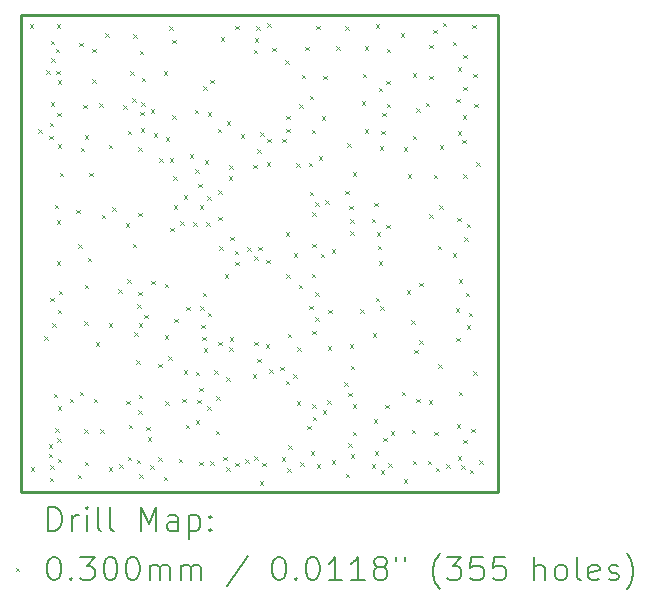
<source format=gbr>
%TF.GenerationSoftware,KiCad,Pcbnew,7.0.2-6a45011f42~172~ubuntu22.04.1*%
%TF.CreationDate,2023-08-07T12:44:58-07:00*%
%TF.ProjectId,driver_40mm_atmega,64726976-6572-45f3-9430-6d6d5f61746d,rev?*%
%TF.SameCoordinates,Original*%
%TF.FileFunction,Drillmap*%
%TF.FilePolarity,Positive*%
%FSLAX45Y45*%
G04 Gerber Fmt 4.5, Leading zero omitted, Abs format (unit mm)*
G04 Created by KiCad (PCBNEW 7.0.2-6a45011f42~172~ubuntu22.04.1) date 2023-08-07 12:44:58*
%MOMM*%
%LPD*%
G01*
G04 APERTURE LIST*
%ADD10C,0.250000*%
%ADD11C,0.200000*%
%ADD12C,0.030000*%
G04 APERTURE END LIST*
D10*
X4980000Y-9020000D02*
X9020000Y-9020000D01*
X9020000Y-9020000D02*
X9020000Y-4980000D01*
X4980000Y-4980000D02*
X4980000Y-9020000D01*
X9020000Y-4980000D02*
X4980000Y-4980000D01*
D11*
D12*
X5058095Y-5056095D02*
X5088095Y-5086095D01*
X5088095Y-5056095D02*
X5058095Y-5086095D01*
X5064160Y-8805630D02*
X5094160Y-8835630D01*
X5094160Y-8805630D02*
X5064160Y-8835630D01*
X5130770Y-5944690D02*
X5160770Y-5974690D01*
X5160770Y-5944690D02*
X5130770Y-5974690D01*
X5179990Y-7695900D02*
X5209990Y-7725900D01*
X5209990Y-7695900D02*
X5179990Y-7725900D01*
X5196650Y-5446750D02*
X5226650Y-5476750D01*
X5226650Y-5446750D02*
X5196650Y-5476750D01*
X5216000Y-8612000D02*
X5246000Y-8642000D01*
X5246000Y-8612000D02*
X5216000Y-8642000D01*
X5218590Y-8692410D02*
X5248590Y-8722410D01*
X5248590Y-8692410D02*
X5218590Y-8722410D01*
X5220000Y-6000000D02*
X5250000Y-6030000D01*
X5250000Y-6000000D02*
X5220000Y-6030000D01*
X5224890Y-8893890D02*
X5254890Y-8923890D01*
X5254890Y-8893890D02*
X5224890Y-8923890D01*
X5225400Y-5891260D02*
X5255400Y-5921260D01*
X5255400Y-5891260D02*
X5225400Y-5921260D01*
X5229000Y-8792000D02*
X5259000Y-8822000D01*
X5259000Y-8792000D02*
X5229000Y-8822000D01*
X5231000Y-7370000D02*
X5261000Y-7400000D01*
X5261000Y-7370000D02*
X5231000Y-7400000D01*
X5233820Y-5195820D02*
X5263820Y-5225820D01*
X5263820Y-5195820D02*
X5233820Y-5225820D01*
X5234630Y-5715000D02*
X5264630Y-5745000D01*
X5264630Y-5715000D02*
X5234630Y-5745000D01*
X5239000Y-5344340D02*
X5269000Y-5374340D01*
X5269000Y-5344340D02*
X5239000Y-5374340D01*
X5249000Y-7589000D02*
X5279000Y-7619000D01*
X5279000Y-7589000D02*
X5249000Y-7619000D01*
X5259400Y-8182990D02*
X5289400Y-8212990D01*
X5289400Y-8182990D02*
X5259400Y-8212990D01*
X5268700Y-6585630D02*
X5298700Y-6615630D01*
X5298700Y-6585630D02*
X5268700Y-6615630D01*
X5271000Y-8478540D02*
X5301000Y-8508540D01*
X5301000Y-8478540D02*
X5271000Y-8508540D01*
X5276000Y-5265000D02*
X5306000Y-5295000D01*
X5306000Y-5265000D02*
X5276000Y-5295000D01*
X5278680Y-5450700D02*
X5308680Y-5480700D01*
X5308680Y-5450700D02*
X5278680Y-5480700D01*
X5286000Y-6716000D02*
X5316000Y-6746000D01*
X5316000Y-6716000D02*
X5286000Y-6746000D01*
X5287000Y-5056000D02*
X5317000Y-5086000D01*
X5317000Y-5056000D02*
X5287000Y-5086000D01*
X5287000Y-7065000D02*
X5317000Y-7095000D01*
X5317000Y-7065000D02*
X5287000Y-7095000D01*
X5288000Y-8560000D02*
X5318000Y-8590000D01*
X5318000Y-8560000D02*
X5288000Y-8590000D01*
X5291000Y-5807000D02*
X5321000Y-5837000D01*
X5321000Y-5807000D02*
X5291000Y-5837000D01*
X5293000Y-5532000D02*
X5323000Y-5562000D01*
X5323000Y-5532000D02*
X5293000Y-5562000D01*
X5293960Y-7471680D02*
X5323960Y-7501680D01*
X5323960Y-7471680D02*
X5293960Y-7501680D01*
X5294080Y-6070320D02*
X5324080Y-6100320D01*
X5324080Y-6070320D02*
X5294080Y-6100320D01*
X5295000Y-8292000D02*
X5325000Y-8322000D01*
X5325000Y-8292000D02*
X5295000Y-8322000D01*
X5295390Y-8735500D02*
X5325390Y-8765500D01*
X5325390Y-8735500D02*
X5295390Y-8765500D01*
X5302510Y-7313230D02*
X5332510Y-7343230D01*
X5332510Y-7313230D02*
X5302510Y-7343230D01*
X5309510Y-6314180D02*
X5339510Y-6344180D01*
X5339510Y-6314180D02*
X5309510Y-6344180D01*
X5394290Y-8226340D02*
X5424290Y-8256340D01*
X5424290Y-8226340D02*
X5394290Y-8256340D01*
X5449960Y-6627730D02*
X5479960Y-6657730D01*
X5479960Y-6627730D02*
X5449960Y-6657730D01*
X5464220Y-8870000D02*
X5494220Y-8900000D01*
X5494220Y-8870000D02*
X5464220Y-8900000D01*
X5467840Y-6916840D02*
X5497840Y-6946840D01*
X5497840Y-6916840D02*
X5467840Y-6946840D01*
X5475350Y-5214490D02*
X5505350Y-5244490D01*
X5505350Y-5214490D02*
X5475350Y-5244490D01*
X5481000Y-8167950D02*
X5511000Y-8197950D01*
X5511000Y-8167950D02*
X5481000Y-8197950D01*
X5488000Y-6102000D02*
X5518000Y-6132000D01*
X5518000Y-6102000D02*
X5488000Y-6132000D01*
X5508810Y-5737650D02*
X5538810Y-5767650D01*
X5538810Y-5737650D02*
X5508810Y-5767650D01*
X5519000Y-7571000D02*
X5549000Y-7601000D01*
X5549000Y-7571000D02*
X5519000Y-7601000D01*
X5520200Y-8484000D02*
X5550200Y-8514000D01*
X5550200Y-8484000D02*
X5520200Y-8514000D01*
X5521000Y-7261000D02*
X5551000Y-7291000D01*
X5551000Y-7261000D02*
X5521000Y-7291000D01*
X5521000Y-8760000D02*
X5551000Y-8790000D01*
X5551000Y-8760000D02*
X5521000Y-8790000D01*
X5522000Y-5995000D02*
X5552000Y-6025000D01*
X5552000Y-5995000D02*
X5522000Y-6025000D01*
X5546800Y-7033350D02*
X5576800Y-7063350D01*
X5576800Y-7033350D02*
X5546800Y-7063350D01*
X5562290Y-6314180D02*
X5592290Y-6344180D01*
X5592290Y-6314180D02*
X5562290Y-6344180D01*
X5586480Y-5264860D02*
X5616480Y-5294860D01*
X5616480Y-5264860D02*
X5586480Y-5294860D01*
X5588000Y-5521000D02*
X5618000Y-5551000D01*
X5618000Y-5521000D02*
X5588000Y-5551000D01*
X5597800Y-8228720D02*
X5627800Y-8258720D01*
X5627800Y-8228720D02*
X5597800Y-8258720D01*
X5615310Y-7746940D02*
X5645310Y-7776940D01*
X5645310Y-7746940D02*
X5615310Y-7776940D01*
X5644290Y-5723130D02*
X5674290Y-5753130D01*
X5674290Y-5723130D02*
X5644290Y-5753130D01*
X5655640Y-8485380D02*
X5685640Y-8515380D01*
X5685640Y-8485380D02*
X5655640Y-8515380D01*
X5667000Y-6670000D02*
X5697000Y-6700000D01*
X5697000Y-6670000D02*
X5667000Y-6700000D01*
X5694550Y-5132050D02*
X5724550Y-5162050D01*
X5724550Y-5132050D02*
X5694550Y-5162050D01*
X5724270Y-7589160D02*
X5754270Y-7619160D01*
X5754270Y-7589160D02*
X5724270Y-7619160D01*
X5725040Y-8806810D02*
X5755040Y-8836810D01*
X5755040Y-8806810D02*
X5725040Y-8836810D01*
X5725320Y-6075710D02*
X5755320Y-6105710D01*
X5755320Y-6075710D02*
X5725320Y-6105710D01*
X5756030Y-6603410D02*
X5786030Y-6633410D01*
X5786030Y-6603410D02*
X5756030Y-6633410D01*
X5807590Y-7298970D02*
X5837590Y-7328970D01*
X5837590Y-7298970D02*
X5807590Y-7328970D01*
X5814000Y-8782000D02*
X5844000Y-8812000D01*
X5844000Y-8782000D02*
X5814000Y-8812000D01*
X5848212Y-5743602D02*
X5878212Y-5773602D01*
X5878212Y-5743602D02*
X5848212Y-5773602D01*
X5869280Y-6743030D02*
X5899280Y-6773030D01*
X5899280Y-6743030D02*
X5869280Y-6773030D01*
X5871510Y-8243980D02*
X5901510Y-8273980D01*
X5901510Y-8243980D02*
X5871510Y-8273980D01*
X5884000Y-7217000D02*
X5914000Y-7247000D01*
X5914000Y-7217000D02*
X5884000Y-7247000D01*
X5885000Y-5959000D02*
X5915000Y-5989000D01*
X5915000Y-5959000D02*
X5885000Y-5989000D01*
X5886000Y-8718000D02*
X5916000Y-8748000D01*
X5916000Y-8718000D02*
X5886000Y-8748000D01*
X5893000Y-8446000D02*
X5923000Y-8476000D01*
X5923000Y-8446000D02*
X5893000Y-8476000D01*
X5907000Y-5452000D02*
X5937000Y-5482000D01*
X5937000Y-5452000D02*
X5907000Y-5482000D01*
X5923718Y-5681240D02*
X5953718Y-5711240D01*
X5953718Y-5681240D02*
X5923718Y-5711240D01*
X5928000Y-6916000D02*
X5958000Y-6946000D01*
X5958000Y-6916000D02*
X5928000Y-6946000D01*
X5934660Y-5142460D02*
X5964660Y-5172460D01*
X5964660Y-5142460D02*
X5934660Y-5172460D01*
X5942320Y-7664460D02*
X5972320Y-7694460D01*
X5972320Y-7664460D02*
X5942320Y-7694460D01*
X5957000Y-7903000D02*
X5987000Y-7933000D01*
X5987000Y-7903000D02*
X5957000Y-7933000D01*
X5963470Y-8742080D02*
X5993470Y-8772080D01*
X5993470Y-8742080D02*
X5963470Y-8772080D01*
X5966190Y-7427830D02*
X5996190Y-7457830D01*
X5996190Y-7427830D02*
X5966190Y-7457830D01*
X5973760Y-6653740D02*
X6003760Y-6683740D01*
X6003760Y-6653740D02*
X5973760Y-6683740D01*
X5974320Y-8325710D02*
X6004320Y-8355710D01*
X6004320Y-8325710D02*
X5974320Y-8355710D01*
X5974630Y-6097920D02*
X6004630Y-6127920D01*
X6004630Y-6097920D02*
X5974630Y-6127920D01*
X5974650Y-7322500D02*
X6004650Y-7352500D01*
X6004650Y-7322500D02*
X5974650Y-7352500D01*
X5978490Y-7589580D02*
X6008490Y-7619580D01*
X6008490Y-7589580D02*
X5978490Y-7619580D01*
X5978500Y-8193770D02*
X6008500Y-8223770D01*
X6008500Y-8193770D02*
X5978500Y-8223770D01*
X5981690Y-8867760D02*
X6011690Y-8897760D01*
X6011690Y-8867760D02*
X5981690Y-8897760D01*
X5987000Y-5280000D02*
X6017000Y-5310000D01*
X6017000Y-5280000D02*
X5987000Y-5310000D01*
X5990850Y-5797440D02*
X6020850Y-5827440D01*
X6020850Y-5797440D02*
X5990850Y-5827440D01*
X5996870Y-5938720D02*
X6026870Y-5968720D01*
X6026870Y-5938720D02*
X5996870Y-5968720D01*
X6000000Y-5717030D02*
X6030000Y-5747030D01*
X6030000Y-5717030D02*
X6000000Y-5747030D01*
X6003000Y-5510000D02*
X6033000Y-5540000D01*
X6033000Y-5510000D02*
X6003000Y-5540000D01*
X6024000Y-7514000D02*
X6054000Y-7544000D01*
X6054000Y-7514000D02*
X6024000Y-7544000D01*
X6040900Y-8462210D02*
X6070900Y-8492210D01*
X6070900Y-8462210D02*
X6040900Y-8492210D01*
X6054460Y-8552280D02*
X6084460Y-8582280D01*
X6084460Y-8552280D02*
X6054460Y-8582280D01*
X6079000Y-8788000D02*
X6109000Y-8818000D01*
X6109000Y-8788000D02*
X6079000Y-8818000D01*
X6082810Y-5774950D02*
X6112810Y-5804950D01*
X6112810Y-5774950D02*
X6082810Y-5804950D01*
X6085790Y-7226650D02*
X6115790Y-7256650D01*
X6115790Y-7226650D02*
X6085790Y-7256650D01*
X6106960Y-5981260D02*
X6136960Y-6011260D01*
X6136960Y-5981260D02*
X6106960Y-6011260D01*
X6145190Y-7930710D02*
X6175190Y-7960710D01*
X6175190Y-7930710D02*
X6145190Y-7960710D01*
X6146000Y-8723000D02*
X6176000Y-8753000D01*
X6176000Y-8723000D02*
X6146000Y-8753000D01*
X6151650Y-6192890D02*
X6181650Y-6222890D01*
X6181650Y-6192890D02*
X6151650Y-6222890D01*
X6191000Y-5453000D02*
X6221000Y-5483000D01*
X6221000Y-5453000D02*
X6191000Y-5483000D01*
X6191570Y-8886640D02*
X6221570Y-8916640D01*
X6221570Y-8886640D02*
X6191570Y-8916640D01*
X6200310Y-7688090D02*
X6230310Y-7718090D01*
X6230310Y-7688090D02*
X6200310Y-7718090D01*
X6201000Y-7255000D02*
X6231000Y-7285000D01*
X6231000Y-7255000D02*
X6201000Y-7285000D01*
X6202000Y-8246760D02*
X6232000Y-8276760D01*
X6232000Y-8246760D02*
X6202000Y-8276760D01*
X6209790Y-6011590D02*
X6239790Y-6041590D01*
X6239790Y-6011590D02*
X6209790Y-6041590D01*
X6230620Y-7866990D02*
X6260620Y-7896990D01*
X6260620Y-7866990D02*
X6230620Y-7896990D01*
X6237581Y-5073244D02*
X6267581Y-5103244D01*
X6267581Y-5073244D02*
X6237581Y-5103244D01*
X6243350Y-6192890D02*
X6273350Y-6222890D01*
X6273350Y-6192890D02*
X6243350Y-6222890D01*
X6246070Y-6780920D02*
X6276070Y-6810920D01*
X6276070Y-6780920D02*
X6246070Y-6810920D01*
X6261950Y-5825450D02*
X6291950Y-5855450D01*
X6291950Y-5825450D02*
X6261950Y-5855450D01*
X6264510Y-5187590D02*
X6294510Y-5217590D01*
X6294510Y-5187590D02*
X6264510Y-5217590D01*
X6272830Y-6341410D02*
X6302830Y-6371410D01*
X6302830Y-6341410D02*
X6272830Y-6371410D01*
X6277570Y-6586750D02*
X6307570Y-6616750D01*
X6307570Y-6586750D02*
X6277570Y-6616750D01*
X6277900Y-7548320D02*
X6307900Y-7578320D01*
X6307900Y-7548320D02*
X6277900Y-7578320D01*
X6316330Y-8733900D02*
X6346330Y-8763900D01*
X6346330Y-8733900D02*
X6316330Y-8763900D01*
X6332130Y-6725290D02*
X6362130Y-6755290D01*
X6362130Y-6725290D02*
X6332130Y-6755290D01*
X6347830Y-8225490D02*
X6377830Y-8255490D01*
X6377830Y-8225490D02*
X6347830Y-8255490D01*
X6359390Y-6503880D02*
X6389390Y-6533880D01*
X6389390Y-6503880D02*
X6359390Y-6533880D01*
X6361000Y-7984000D02*
X6391000Y-8014000D01*
X6391000Y-7984000D02*
X6361000Y-8014000D01*
X6379130Y-8447020D02*
X6409130Y-8477020D01*
X6409130Y-8447020D02*
X6379130Y-8477020D01*
X6380100Y-7448680D02*
X6410100Y-7478680D01*
X6410100Y-7448680D02*
X6380100Y-7478680D01*
X6409430Y-6157500D02*
X6439430Y-6187500D01*
X6439430Y-6157500D02*
X6409430Y-6187500D01*
X6441880Y-6730330D02*
X6471880Y-6760330D01*
X6471880Y-6730330D02*
X6441880Y-6760330D01*
X6454680Y-5779290D02*
X6484680Y-5809290D01*
X6484680Y-5779290D02*
X6454680Y-5809290D01*
X6459490Y-6285040D02*
X6489490Y-6315040D01*
X6489490Y-6285040D02*
X6459490Y-6315040D01*
X6460890Y-8411090D02*
X6490890Y-8441090D01*
X6490890Y-8411090D02*
X6460890Y-8441090D01*
X6461100Y-7999970D02*
X6491100Y-8029970D01*
X6491100Y-7999970D02*
X6461100Y-8029970D01*
X6476000Y-8235400D02*
X6506000Y-8265400D01*
X6506000Y-8235400D02*
X6476000Y-8265400D01*
X6483900Y-6405470D02*
X6513900Y-6435470D01*
X6513900Y-6405470D02*
X6483900Y-6435470D01*
X6492950Y-8758820D02*
X6522950Y-8788820D01*
X6522950Y-8758820D02*
X6492950Y-8788820D01*
X6493390Y-8135440D02*
X6523390Y-8165440D01*
X6523390Y-8135440D02*
X6493390Y-8165440D01*
X6496670Y-6586840D02*
X6526670Y-6616840D01*
X6526670Y-6586840D02*
X6496670Y-6616840D01*
X6499790Y-7442010D02*
X6529790Y-7472010D01*
X6529790Y-7442010D02*
X6499790Y-7472010D01*
X6506980Y-7598930D02*
X6536980Y-7628930D01*
X6536980Y-7598930D02*
X6506980Y-7628930D01*
X6515000Y-7701050D02*
X6545000Y-7731050D01*
X6545000Y-7701050D02*
X6515000Y-7731050D01*
X6521000Y-7328950D02*
X6551000Y-7358950D01*
X6551000Y-7328950D02*
X6521000Y-7358950D01*
X6526890Y-5583110D02*
X6556890Y-5613110D01*
X6556890Y-5583110D02*
X6526890Y-5613110D01*
X6528000Y-7801000D02*
X6558000Y-7831000D01*
X6558000Y-7801000D02*
X6528000Y-7831000D01*
X6536970Y-6207560D02*
X6566970Y-6237560D01*
X6566970Y-6207560D02*
X6536970Y-6237560D01*
X6551350Y-6730910D02*
X6581350Y-6760910D01*
X6581350Y-6730910D02*
X6551350Y-6760910D01*
X6560780Y-6510750D02*
X6590780Y-6540750D01*
X6590780Y-6510750D02*
X6560780Y-6540750D01*
X6561000Y-8292000D02*
X6591000Y-8322000D01*
X6591000Y-8292000D02*
X6561000Y-8322000D01*
X6562000Y-7497000D02*
X6592000Y-7527000D01*
X6592000Y-7497000D02*
X6562000Y-7527000D01*
X6563010Y-5798990D02*
X6593010Y-5828990D01*
X6593010Y-5798990D02*
X6563010Y-5828990D01*
X6584510Y-8756460D02*
X6614510Y-8786460D01*
X6614510Y-8756460D02*
X6584510Y-8786460D01*
X6587000Y-5526200D02*
X6617000Y-5556200D01*
X6617000Y-5526200D02*
X6587000Y-5556200D01*
X6618000Y-7987880D02*
X6648000Y-8017880D01*
X6648000Y-7987880D02*
X6618000Y-8017880D01*
X6629840Y-8497300D02*
X6659840Y-8527300D01*
X6659840Y-8497300D02*
X6629840Y-8527300D01*
X6637760Y-8207020D02*
X6667760Y-8237020D01*
X6667760Y-8207020D02*
X6637760Y-8237020D01*
X6648120Y-5939370D02*
X6678120Y-5969370D01*
X6678120Y-5939370D02*
X6648120Y-5969370D01*
X6650910Y-7744400D02*
X6680910Y-7774400D01*
X6680910Y-7744400D02*
X6650910Y-7774400D01*
X6652000Y-6687000D02*
X6682000Y-6717000D01*
X6682000Y-6687000D02*
X6652000Y-6717000D01*
X6653900Y-6459470D02*
X6683900Y-6489470D01*
X6683900Y-6459470D02*
X6653900Y-6489470D01*
X6663000Y-6937950D02*
X6693000Y-6967950D01*
X6693000Y-6937950D02*
X6663000Y-6967950D01*
X6674360Y-5164610D02*
X6704360Y-5194610D01*
X6704360Y-5164610D02*
X6674360Y-5194610D01*
X6694240Y-8719455D02*
X6724240Y-8749455D01*
X6724240Y-8719455D02*
X6694240Y-8749455D01*
X6708750Y-7173570D02*
X6738750Y-7203570D01*
X6738750Y-7173570D02*
X6708750Y-7203570D01*
X6719436Y-8804799D02*
X6749436Y-8834799D01*
X6749436Y-8804799D02*
X6719436Y-8834799D01*
X6721510Y-8045150D02*
X6751510Y-8075150D01*
X6751510Y-8045150D02*
X6721510Y-8075150D01*
X6725720Y-5875500D02*
X6755720Y-5905500D01*
X6755720Y-5875500D02*
X6725720Y-5905500D01*
X6740250Y-6344340D02*
X6770250Y-6374340D01*
X6770250Y-6344340D02*
X6740250Y-6374340D01*
X6744927Y-6250567D02*
X6774927Y-6280567D01*
X6774927Y-6250567D02*
X6744927Y-6280567D01*
X6745160Y-7788720D02*
X6775160Y-7818720D01*
X6775160Y-7788720D02*
X6745160Y-7818720D01*
X6751020Y-7705730D02*
X6781020Y-7735730D01*
X6781020Y-7705730D02*
X6751020Y-7735730D01*
X6752740Y-6855340D02*
X6782740Y-6885340D01*
X6782740Y-6855340D02*
X6752740Y-6885340D01*
X6790950Y-6975099D02*
X6820950Y-7005099D01*
X6820950Y-6975099D02*
X6790950Y-7005099D01*
X6794470Y-5069520D02*
X6824470Y-5099520D01*
X6824470Y-5069520D02*
X6794470Y-5099520D01*
X6795690Y-7068040D02*
X6825690Y-7098040D01*
X6825690Y-7068040D02*
X6795690Y-7098040D01*
X6797075Y-8769405D02*
X6827075Y-8799405D01*
X6827075Y-8769405D02*
X6797075Y-8799405D01*
X6843360Y-5989560D02*
X6873360Y-6019560D01*
X6873360Y-5989560D02*
X6843360Y-6019560D01*
X6879550Y-8740550D02*
X6909550Y-8770550D01*
X6909550Y-8740550D02*
X6879550Y-8770550D01*
X6898000Y-6944000D02*
X6928000Y-6974000D01*
X6928000Y-6944000D02*
X6898000Y-6974000D01*
X6944370Y-8018880D02*
X6974370Y-8048880D01*
X6974370Y-8018880D02*
X6944370Y-8048880D01*
X6950780Y-6246520D02*
X6980780Y-6276520D01*
X6980780Y-6246520D02*
X6950780Y-6276520D01*
X6953800Y-5270700D02*
X6983800Y-5300700D01*
X6983800Y-5270700D02*
X6953800Y-5300700D01*
X6955735Y-8713515D02*
X6985735Y-8743515D01*
X6985735Y-8713515D02*
X6955735Y-8743515D01*
X6956960Y-7021110D02*
X6986960Y-7051110D01*
X6986960Y-7021110D02*
X6956960Y-7051110D01*
X6958000Y-7743160D02*
X6988000Y-7773160D01*
X6988000Y-7743160D02*
X6958000Y-7773160D01*
X6962090Y-5174640D02*
X6992090Y-5204640D01*
X6992090Y-5174640D02*
X6962090Y-5204640D01*
X6976250Y-5074120D02*
X7006250Y-5104120D01*
X7006250Y-5074120D02*
X6976250Y-5104120D01*
X6981000Y-7887000D02*
X7011000Y-7917000D01*
X7011000Y-7887000D02*
X6981000Y-7917000D01*
X6983000Y-6116000D02*
X7013000Y-6146000D01*
X7013000Y-6116000D02*
X6983000Y-6146000D01*
X6993000Y-6940670D02*
X7023000Y-6970670D01*
X7023000Y-6940670D02*
X6993000Y-6970670D01*
X7005400Y-8926910D02*
X7035400Y-8956910D01*
X7035400Y-8926910D02*
X7005400Y-8956910D01*
X7009290Y-5972220D02*
X7039290Y-6002220D01*
X7039290Y-5972220D02*
X7009290Y-6002220D01*
X7027250Y-8770219D02*
X7057250Y-8800219D01*
X7057250Y-8770219D02*
X7027250Y-8800219D01*
X7055000Y-7767000D02*
X7085000Y-7797000D01*
X7085000Y-7767000D02*
X7055000Y-7797000D01*
X7057000Y-7049000D02*
X7087000Y-7079000D01*
X7087000Y-7049000D02*
X7057000Y-7079000D01*
X7064310Y-6226590D02*
X7094310Y-6256590D01*
X7094310Y-6226590D02*
X7064310Y-6256590D01*
X7066070Y-5045960D02*
X7096070Y-5075960D01*
X7096070Y-5045960D02*
X7066070Y-5075960D01*
X7067840Y-6027070D02*
X7097840Y-6057070D01*
X7097840Y-6027070D02*
X7067840Y-6057070D01*
X7085770Y-7974960D02*
X7115770Y-8004960D01*
X7115770Y-7974960D02*
X7085770Y-8004960D01*
X7109000Y-5255460D02*
X7139000Y-5285460D01*
X7139000Y-5255460D02*
X7109000Y-5285460D01*
X7176060Y-7955400D02*
X7206060Y-7985400D01*
X7206060Y-7955400D02*
X7176060Y-7985400D01*
X7190000Y-8724000D02*
X7220000Y-8754000D01*
X7220000Y-8724000D02*
X7190000Y-8754000D01*
X7195301Y-6024959D02*
X7225301Y-6054959D01*
X7225301Y-6024959D02*
X7195301Y-6054959D01*
X7218340Y-5360000D02*
X7248340Y-5390000D01*
X7248340Y-5360000D02*
X7218340Y-5390000D01*
X7224680Y-8074750D02*
X7254680Y-8104750D01*
X7254680Y-8074750D02*
X7224680Y-8104750D01*
X7225900Y-6817150D02*
X7255900Y-6847150D01*
X7255900Y-6817150D02*
X7225900Y-6847150D01*
X7226750Y-7172640D02*
X7256750Y-7202640D01*
X7256750Y-7172640D02*
X7226750Y-7202640D01*
X7227880Y-5832300D02*
X7257880Y-5862300D01*
X7257880Y-5832300D02*
X7227880Y-5862300D01*
X7230580Y-5939970D02*
X7260580Y-5969970D01*
X7260580Y-5939970D02*
X7230580Y-5969970D01*
X7237590Y-8815470D02*
X7267590Y-8845470D01*
X7267590Y-8815470D02*
X7237590Y-8845470D01*
X7240010Y-7676060D02*
X7270010Y-7706060D01*
X7270010Y-7676060D02*
X7240010Y-7706060D01*
X7244430Y-8619310D02*
X7274430Y-8649310D01*
X7274430Y-8619310D02*
X7244430Y-8649310D01*
X7289150Y-8019790D02*
X7319150Y-8049790D01*
X7319150Y-8019790D02*
X7289150Y-8049790D01*
X7292180Y-6994940D02*
X7322180Y-7024940D01*
X7322180Y-6994940D02*
X7292180Y-7024940D01*
X7314830Y-6233780D02*
X7344830Y-6263780D01*
X7344830Y-6233780D02*
X7314830Y-6263780D01*
X7315460Y-8248520D02*
X7345460Y-8278520D01*
X7345460Y-8248520D02*
X7315460Y-8278520D01*
X7320830Y-7791730D02*
X7350830Y-7821730D01*
X7350830Y-7791730D02*
X7320830Y-7821730D01*
X7336000Y-7261000D02*
X7366000Y-7291000D01*
X7366000Y-7261000D02*
X7336000Y-7291000D01*
X7339000Y-5732000D02*
X7369000Y-5762000D01*
X7369000Y-5732000D02*
X7339000Y-5762000D01*
X7349100Y-8763520D02*
X7379100Y-8793520D01*
X7379100Y-8763520D02*
X7349100Y-8793520D01*
X7360000Y-5485000D02*
X7390000Y-5515000D01*
X7390000Y-5485000D02*
X7360000Y-5515000D01*
X7389100Y-5245200D02*
X7419100Y-5275200D01*
X7419100Y-5245200D02*
X7389100Y-5275200D01*
X7407000Y-8455050D02*
X7437000Y-8485050D01*
X7437000Y-8455050D02*
X7407000Y-8485050D01*
X7417460Y-6227800D02*
X7447460Y-6257800D01*
X7447460Y-6227800D02*
X7417460Y-6257800D01*
X7422000Y-7438000D02*
X7452000Y-7468000D01*
X7452000Y-7438000D02*
X7422000Y-7468000D01*
X7428000Y-6473000D02*
X7458000Y-6503000D01*
X7458000Y-6473000D02*
X7428000Y-6503000D01*
X7429110Y-5661000D02*
X7459110Y-5691000D01*
X7459110Y-5661000D02*
X7429110Y-5691000D01*
X7437640Y-8672000D02*
X7467640Y-8702000D01*
X7467640Y-8672000D02*
X7437640Y-8702000D01*
X7443490Y-5947840D02*
X7473490Y-5977840D01*
X7473490Y-5947840D02*
X7443490Y-5977840D01*
X7444990Y-7167580D02*
X7474990Y-7197580D01*
X7474990Y-7167580D02*
X7444990Y-7197580D01*
X7446450Y-7650130D02*
X7476450Y-7680130D01*
X7476450Y-7650130D02*
X7446450Y-7680130D01*
X7447000Y-6647000D02*
X7477000Y-6677000D01*
X7477000Y-6647000D02*
X7447000Y-6677000D01*
X7450010Y-8274700D02*
X7480010Y-8304700D01*
X7480010Y-8274700D02*
X7450010Y-8304700D01*
X7450660Y-6914920D02*
X7480660Y-6944920D01*
X7480660Y-6914920D02*
X7450660Y-6944920D01*
X7452000Y-8378000D02*
X7482000Y-8408000D01*
X7482000Y-8378000D02*
X7452000Y-8408000D01*
X7472350Y-7535850D02*
X7502350Y-7565850D01*
X7502350Y-7535850D02*
X7472350Y-7565850D01*
X7474490Y-6565130D02*
X7504490Y-6595130D01*
X7504490Y-6565130D02*
X7474490Y-6595130D01*
X7474520Y-7323440D02*
X7504520Y-7353440D01*
X7504520Y-7323440D02*
X7474520Y-7353440D01*
X7480000Y-5070000D02*
X7510000Y-5100000D01*
X7510000Y-5070000D02*
X7480000Y-5100000D01*
X7485150Y-8780610D02*
X7515150Y-8810610D01*
X7515150Y-8780610D02*
X7485150Y-8810610D01*
X7502490Y-6174130D02*
X7532490Y-6204130D01*
X7532490Y-6174130D02*
X7502490Y-6204130D01*
X7522030Y-6997590D02*
X7552030Y-7027590D01*
X7552030Y-6997590D02*
X7522030Y-7027590D01*
X7529080Y-5834090D02*
X7559080Y-5864090D01*
X7559080Y-5834090D02*
X7529080Y-5864090D01*
X7539030Y-8325410D02*
X7569030Y-8355410D01*
X7569030Y-8325410D02*
X7539030Y-8355410D01*
X7541070Y-5491120D02*
X7571070Y-5521120D01*
X7571070Y-5491120D02*
X7541070Y-5521120D01*
X7556310Y-6547380D02*
X7586310Y-6577380D01*
X7586310Y-6547380D02*
X7556310Y-6577380D01*
X7576630Y-8241840D02*
X7606630Y-8271840D01*
X7606630Y-8241840D02*
X7576630Y-8271840D01*
X7578270Y-7782250D02*
X7608270Y-7812250D01*
X7608270Y-7782250D02*
X7578270Y-7812250D01*
X7583880Y-7474970D02*
X7613880Y-7504970D01*
X7613880Y-7474970D02*
X7583880Y-7504970D01*
X7614540Y-8749790D02*
X7644540Y-8779790D01*
X7644540Y-8749790D02*
X7614540Y-8779790D01*
X7614770Y-6961050D02*
X7644770Y-6991050D01*
X7644770Y-6961050D02*
X7614770Y-6991050D01*
X7652040Y-5244520D02*
X7682040Y-5274520D01*
X7682040Y-5244520D02*
X7652040Y-5274520D01*
X7721180Y-8087820D02*
X7751180Y-8117820D01*
X7751180Y-8087820D02*
X7721180Y-8117820D01*
X7729000Y-5075000D02*
X7759000Y-5105000D01*
X7759000Y-5075000D02*
X7729000Y-5105000D01*
X7729550Y-6466270D02*
X7759550Y-6496270D01*
X7759550Y-6466270D02*
X7729550Y-6496270D01*
X7731900Y-8863300D02*
X7761900Y-8893300D01*
X7761900Y-8863300D02*
X7731900Y-8893300D01*
X7744460Y-6064850D02*
X7774460Y-6094850D01*
X7774460Y-6064850D02*
X7744460Y-6094850D01*
X7754020Y-8605730D02*
X7784020Y-8635730D01*
X7784020Y-8605730D02*
X7754020Y-8635730D01*
X7754700Y-8175360D02*
X7784700Y-8205360D01*
X7784700Y-8175360D02*
X7754700Y-8205360D01*
X7761230Y-6592850D02*
X7791230Y-6622850D01*
X7791230Y-6592850D02*
X7761230Y-6622850D01*
X7767230Y-7765100D02*
X7797230Y-7795100D01*
X7797230Y-7765100D02*
X7767230Y-7795100D01*
X7768070Y-6705171D02*
X7798070Y-6735171D01*
X7798070Y-6705171D02*
X7768070Y-6735171D01*
X7768130Y-6808030D02*
X7798130Y-6838030D01*
X7798130Y-6808030D02*
X7768130Y-6838030D01*
X7773980Y-8696020D02*
X7803980Y-8726020D01*
X7803980Y-8696020D02*
X7773980Y-8726020D01*
X7774000Y-7946000D02*
X7804000Y-7976000D01*
X7804000Y-7946000D02*
X7774000Y-7976000D01*
X7789590Y-6311220D02*
X7819590Y-6341220D01*
X7819590Y-6311220D02*
X7789590Y-6341220D01*
X7789680Y-8505320D02*
X7819680Y-8535320D01*
X7819680Y-8505320D02*
X7789680Y-8535320D01*
X7791970Y-8275390D02*
X7821970Y-8305390D01*
X7821970Y-8275390D02*
X7791970Y-8305390D01*
X7856890Y-7468790D02*
X7886890Y-7498790D01*
X7886890Y-7468790D02*
X7856890Y-7498790D01*
X7867850Y-5707850D02*
X7897850Y-5737850D01*
X7897850Y-5707850D02*
X7867850Y-5737850D01*
X7876540Y-5473710D02*
X7906540Y-5503710D01*
X7906540Y-5473710D02*
X7876540Y-5503710D01*
X7894290Y-5244030D02*
X7924290Y-5274030D01*
X7924290Y-5244030D02*
X7894290Y-5274030D01*
X7894290Y-5947440D02*
X7924290Y-5977440D01*
X7924290Y-5947440D02*
X7894290Y-5977440D01*
X7953000Y-6703000D02*
X7983000Y-6733000D01*
X7983000Y-6703000D02*
X7953000Y-6733000D01*
X7953540Y-8782290D02*
X7983540Y-8812290D01*
X7983540Y-8782290D02*
X7953540Y-8812290D01*
X7962060Y-7674520D02*
X7992060Y-7704520D01*
X7992060Y-7674520D02*
X7962060Y-7704520D01*
X7970030Y-8398600D02*
X8000030Y-8428600D01*
X8000030Y-8398600D02*
X7970030Y-8428600D01*
X7974540Y-6568670D02*
X8004540Y-6598670D01*
X8004540Y-6568670D02*
X7974540Y-6598670D01*
X7976010Y-8672330D02*
X8006010Y-8702330D01*
X8006010Y-8672330D02*
X7976010Y-8702330D01*
X7985000Y-7370000D02*
X8015000Y-7400000D01*
X8015000Y-7370000D02*
X7985000Y-7400000D01*
X7985680Y-5057680D02*
X8015680Y-5087680D01*
X8015680Y-5057680D02*
X7985680Y-5087680D01*
X7994289Y-6815000D02*
X8024289Y-6845000D01*
X8024289Y-6815000D02*
X7994289Y-6845000D01*
X8002340Y-6932160D02*
X8032340Y-6962160D01*
X8032340Y-6932160D02*
X8002340Y-6962160D01*
X8013000Y-7062000D02*
X8043000Y-7092000D01*
X8043000Y-7062000D02*
X8013000Y-7092000D01*
X8013190Y-5592460D02*
X8043190Y-5622460D01*
X8043190Y-5592460D02*
X8013190Y-5622460D01*
X8021000Y-6090570D02*
X8051000Y-6120570D01*
X8051000Y-6090570D02*
X8021000Y-6120570D01*
X8023950Y-7446050D02*
X8053950Y-7476050D01*
X8053950Y-7446050D02*
X8023950Y-7476050D01*
X8027520Y-8832310D02*
X8057520Y-8862310D01*
X8057520Y-8832310D02*
X8027520Y-8862310D01*
X8033520Y-5956560D02*
X8063520Y-5986560D01*
X8063520Y-5956560D02*
X8033520Y-5986560D01*
X8043000Y-5807000D02*
X8073000Y-5837000D01*
X8073000Y-5807000D02*
X8043000Y-5837000D01*
X8048000Y-8556000D02*
X8078000Y-8586000D01*
X8078000Y-8556000D02*
X8048000Y-8586000D01*
X8067000Y-8276000D02*
X8097000Y-8306000D01*
X8097000Y-8276000D02*
X8067000Y-8306000D01*
X8073350Y-6754010D02*
X8103350Y-6784010D01*
X8103350Y-6754010D02*
X8073350Y-6784010D01*
X8074000Y-5533000D02*
X8104000Y-5563000D01*
X8104000Y-5533000D02*
X8074000Y-5563000D01*
X8080000Y-5263000D02*
X8110000Y-5293000D01*
X8110000Y-5263000D02*
X8080000Y-5293000D01*
X8081020Y-5729360D02*
X8111020Y-5759360D01*
X8111020Y-5729360D02*
X8081020Y-5759360D01*
X8089600Y-8774080D02*
X8119600Y-8804080D01*
X8119600Y-8774080D02*
X8089600Y-8804080D01*
X8112180Y-8500230D02*
X8142180Y-8530230D01*
X8142180Y-8500230D02*
X8112180Y-8530230D01*
X8199430Y-5130850D02*
X8229430Y-5160850D01*
X8229430Y-5130850D02*
X8199430Y-5160850D01*
X8205000Y-8169000D02*
X8235000Y-8199000D01*
X8235000Y-8169000D02*
X8205000Y-8199000D01*
X8224000Y-8907950D02*
X8254000Y-8937950D01*
X8254000Y-8907950D02*
X8224000Y-8937950D01*
X8224960Y-6098260D02*
X8254960Y-6128260D01*
X8254960Y-6098260D02*
X8224960Y-6128260D01*
X8248920Y-7310280D02*
X8278920Y-7340280D01*
X8278920Y-7310280D02*
X8248920Y-7340280D01*
X8256670Y-6325250D02*
X8286670Y-6355250D01*
X8286670Y-6325250D02*
X8256670Y-6355250D01*
X8285000Y-7564000D02*
X8315000Y-7594000D01*
X8315000Y-7564000D02*
X8285000Y-7594000D01*
X8292000Y-8491000D02*
X8322000Y-8521000D01*
X8322000Y-8491000D02*
X8292000Y-8521000D01*
X8298000Y-6001000D02*
X8328000Y-6031000D01*
X8328000Y-6001000D02*
X8298000Y-6031000D01*
X8298000Y-8753000D02*
X8328000Y-8783000D01*
X8328000Y-8753000D02*
X8298000Y-8783000D01*
X8298890Y-5471500D02*
X8328890Y-5501500D01*
X8328890Y-5471500D02*
X8298890Y-5501500D01*
X8314180Y-7813040D02*
X8344180Y-7843040D01*
X8344180Y-7813040D02*
X8314180Y-7843040D01*
X8328540Y-8225150D02*
X8358540Y-8255150D01*
X8358540Y-8225150D02*
X8328540Y-8255150D01*
X8330460Y-5766640D02*
X8360460Y-5796640D01*
X8360460Y-5766640D02*
X8330460Y-5796640D01*
X8354240Y-7732380D02*
X8384240Y-7762380D01*
X8384240Y-7732380D02*
X8354240Y-7762380D01*
X8356000Y-7245000D02*
X8386000Y-7275000D01*
X8386000Y-7245000D02*
X8356000Y-7275000D01*
X8411300Y-5720320D02*
X8441300Y-5750320D01*
X8441300Y-5720320D02*
X8411300Y-5750320D01*
X8424900Y-8752620D02*
X8454900Y-8782620D01*
X8454900Y-8752620D02*
X8424900Y-8782620D01*
X8433810Y-8240520D02*
X8463810Y-8270520D01*
X8463810Y-8240520D02*
X8433810Y-8270520D01*
X8441000Y-5231000D02*
X8471000Y-5261000D01*
X8471000Y-5231000D02*
X8441000Y-5261000D01*
X8441000Y-5493000D02*
X8471000Y-5523000D01*
X8471000Y-5493000D02*
X8441000Y-5523000D01*
X8441000Y-6667000D02*
X8471000Y-6697000D01*
X8471000Y-6667000D02*
X8441000Y-6697000D01*
X8471000Y-5102950D02*
X8501000Y-5132950D01*
X8501000Y-5102950D02*
X8471000Y-5132950D01*
X8475640Y-6329160D02*
X8505640Y-6359160D01*
X8505640Y-6329160D02*
X8475640Y-6359160D01*
X8481810Y-8506250D02*
X8511810Y-8536250D01*
X8511810Y-8506250D02*
X8481810Y-8536250D01*
X8494080Y-8811170D02*
X8524080Y-8841170D01*
X8524080Y-8811170D02*
X8494080Y-8841170D01*
X8509940Y-6930800D02*
X8539940Y-6960800D01*
X8539940Y-6930800D02*
X8509940Y-6960800D01*
X8514200Y-7935000D02*
X8544200Y-7965000D01*
X8544200Y-7935000D02*
X8514200Y-7965000D01*
X8521420Y-6588500D02*
X8551420Y-6618500D01*
X8551420Y-6588500D02*
X8521420Y-6618500D01*
X8528700Y-6081200D02*
X8558700Y-6111200D01*
X8558700Y-6081200D02*
X8528700Y-6111200D01*
X8554200Y-5044800D02*
X8584200Y-5074800D01*
X8584200Y-5044800D02*
X8554200Y-5074800D01*
X8583990Y-8779880D02*
X8613990Y-8809880D01*
X8613990Y-8779880D02*
X8583990Y-8809880D01*
X8636560Y-6995010D02*
X8666560Y-7025010D01*
X8666560Y-6995010D02*
X8636560Y-7025010D01*
X8637640Y-5202810D02*
X8667640Y-5232810D01*
X8667640Y-5202810D02*
X8637640Y-5232810D01*
X8665250Y-7461910D02*
X8695250Y-7491910D01*
X8695250Y-7461910D02*
X8665250Y-7491910D01*
X8666000Y-5687000D02*
X8696000Y-5717000D01*
X8696000Y-5687000D02*
X8666000Y-5717000D01*
X8666000Y-7712000D02*
X8696000Y-7742000D01*
X8696000Y-7712000D02*
X8666000Y-7742000D01*
X8673000Y-8445000D02*
X8703000Y-8475000D01*
X8703000Y-8445000D02*
X8673000Y-8475000D01*
X8674880Y-6694240D02*
X8704880Y-6724240D01*
X8704880Y-6694240D02*
X8674880Y-6724240D01*
X8679000Y-5419000D02*
X8709000Y-5449000D01*
X8709000Y-5419000D02*
X8679000Y-5449000D01*
X8679000Y-8712000D02*
X8709000Y-8742000D01*
X8709000Y-8712000D02*
X8679000Y-8742000D01*
X8680000Y-5961000D02*
X8710000Y-5991000D01*
X8710000Y-5961000D02*
X8680000Y-5991000D01*
X8687000Y-7217000D02*
X8717000Y-7247000D01*
X8717000Y-7217000D02*
X8687000Y-7247000D01*
X8689200Y-8168630D02*
X8719200Y-8198630D01*
X8719200Y-8168630D02*
X8689200Y-8198630D01*
X8710170Y-8787900D02*
X8740170Y-8817900D01*
X8740170Y-8787900D02*
X8710170Y-8817900D01*
X8717800Y-6033810D02*
X8747800Y-6063810D01*
X8747800Y-6033810D02*
X8717800Y-6063810D01*
X8724450Y-5825710D02*
X8754450Y-5855710D01*
X8754450Y-5825710D02*
X8724450Y-5855710D01*
X8724700Y-8575710D02*
X8754700Y-8605710D01*
X8754700Y-8575710D02*
X8724700Y-8605710D01*
X8724830Y-6325710D02*
X8754830Y-6355710D01*
X8754830Y-6325710D02*
X8724830Y-6355710D01*
X8725230Y-5315930D02*
X8755230Y-5345930D01*
X8755230Y-5315930D02*
X8725230Y-5345930D01*
X8726350Y-5583850D02*
X8756350Y-5613850D01*
X8756350Y-5583850D02*
X8726350Y-5613850D01*
X8737000Y-6858000D02*
X8767000Y-6888000D01*
X8767000Y-6858000D02*
X8737000Y-6888000D01*
X8749000Y-7328000D02*
X8779000Y-7358000D01*
X8779000Y-7328000D02*
X8749000Y-7358000D01*
X8755000Y-6747000D02*
X8785000Y-6777000D01*
X8785000Y-6747000D02*
X8755000Y-6777000D01*
X8758160Y-7603950D02*
X8788160Y-7633950D01*
X8788160Y-7603950D02*
X8758160Y-7633950D01*
X8771700Y-7498820D02*
X8801700Y-7528820D01*
X8801700Y-7498820D02*
X8771700Y-7528820D01*
X8783520Y-8829890D02*
X8813520Y-8859890D01*
X8813520Y-8829890D02*
X8783520Y-8859890D01*
X8793050Y-8482000D02*
X8823050Y-8512000D01*
X8823050Y-8482000D02*
X8793050Y-8512000D01*
X8802000Y-5062000D02*
X8832000Y-5092000D01*
X8832000Y-5062000D02*
X8802000Y-5092000D01*
X8810400Y-7996070D02*
X8840400Y-8026070D01*
X8840400Y-7996070D02*
X8810400Y-8026070D01*
X8813660Y-5475720D02*
X8843660Y-5505720D01*
X8843660Y-5475720D02*
X8813660Y-5505720D01*
X8821310Y-5728910D02*
X8851310Y-5758910D01*
X8851310Y-5728910D02*
X8821310Y-5758910D01*
X8837100Y-6224550D02*
X8867100Y-6254550D01*
X8867100Y-6224550D02*
X8837100Y-6254550D01*
X8863380Y-8748060D02*
X8893380Y-8778060D01*
X8893380Y-8748060D02*
X8863380Y-8778060D01*
D11*
X5215119Y-9345024D02*
X5215119Y-9145024D01*
X5215119Y-9145024D02*
X5262738Y-9145024D01*
X5262738Y-9145024D02*
X5291310Y-9154548D01*
X5291310Y-9154548D02*
X5310357Y-9173595D01*
X5310357Y-9173595D02*
X5319881Y-9192643D01*
X5319881Y-9192643D02*
X5329405Y-9230738D01*
X5329405Y-9230738D02*
X5329405Y-9259310D01*
X5329405Y-9259310D02*
X5319881Y-9297405D01*
X5319881Y-9297405D02*
X5310357Y-9316452D01*
X5310357Y-9316452D02*
X5291310Y-9335500D01*
X5291310Y-9335500D02*
X5262738Y-9345024D01*
X5262738Y-9345024D02*
X5215119Y-9345024D01*
X5415119Y-9345024D02*
X5415119Y-9211690D01*
X5415119Y-9249786D02*
X5424643Y-9230738D01*
X5424643Y-9230738D02*
X5434167Y-9221214D01*
X5434167Y-9221214D02*
X5453214Y-9211690D01*
X5453214Y-9211690D02*
X5472262Y-9211690D01*
X5538929Y-9345024D02*
X5538929Y-9211690D01*
X5538929Y-9145024D02*
X5529405Y-9154548D01*
X5529405Y-9154548D02*
X5538929Y-9164071D01*
X5538929Y-9164071D02*
X5548452Y-9154548D01*
X5548452Y-9154548D02*
X5538929Y-9145024D01*
X5538929Y-9145024D02*
X5538929Y-9164071D01*
X5662738Y-9345024D02*
X5643690Y-9335500D01*
X5643690Y-9335500D02*
X5634167Y-9316452D01*
X5634167Y-9316452D02*
X5634167Y-9145024D01*
X5767500Y-9345024D02*
X5748452Y-9335500D01*
X5748452Y-9335500D02*
X5738928Y-9316452D01*
X5738928Y-9316452D02*
X5738928Y-9145024D01*
X5996071Y-9345024D02*
X5996071Y-9145024D01*
X5996071Y-9145024D02*
X6062738Y-9287881D01*
X6062738Y-9287881D02*
X6129405Y-9145024D01*
X6129405Y-9145024D02*
X6129405Y-9345024D01*
X6310357Y-9345024D02*
X6310357Y-9240262D01*
X6310357Y-9240262D02*
X6300833Y-9221214D01*
X6300833Y-9221214D02*
X6281786Y-9211690D01*
X6281786Y-9211690D02*
X6243690Y-9211690D01*
X6243690Y-9211690D02*
X6224643Y-9221214D01*
X6310357Y-9335500D02*
X6291309Y-9345024D01*
X6291309Y-9345024D02*
X6243690Y-9345024D01*
X6243690Y-9345024D02*
X6224643Y-9335500D01*
X6224643Y-9335500D02*
X6215119Y-9316452D01*
X6215119Y-9316452D02*
X6215119Y-9297405D01*
X6215119Y-9297405D02*
X6224643Y-9278357D01*
X6224643Y-9278357D02*
X6243690Y-9268833D01*
X6243690Y-9268833D02*
X6291309Y-9268833D01*
X6291309Y-9268833D02*
X6310357Y-9259310D01*
X6405595Y-9211690D02*
X6405595Y-9411690D01*
X6405595Y-9221214D02*
X6424643Y-9211690D01*
X6424643Y-9211690D02*
X6462738Y-9211690D01*
X6462738Y-9211690D02*
X6481786Y-9221214D01*
X6481786Y-9221214D02*
X6491309Y-9230738D01*
X6491309Y-9230738D02*
X6500833Y-9249786D01*
X6500833Y-9249786D02*
X6500833Y-9306929D01*
X6500833Y-9306929D02*
X6491309Y-9325976D01*
X6491309Y-9325976D02*
X6481786Y-9335500D01*
X6481786Y-9335500D02*
X6462738Y-9345024D01*
X6462738Y-9345024D02*
X6424643Y-9345024D01*
X6424643Y-9345024D02*
X6405595Y-9335500D01*
X6586548Y-9325976D02*
X6596071Y-9335500D01*
X6596071Y-9335500D02*
X6586548Y-9345024D01*
X6586548Y-9345024D02*
X6577024Y-9335500D01*
X6577024Y-9335500D02*
X6586548Y-9325976D01*
X6586548Y-9325976D02*
X6586548Y-9345024D01*
X6586548Y-9221214D02*
X6596071Y-9230738D01*
X6596071Y-9230738D02*
X6586548Y-9240262D01*
X6586548Y-9240262D02*
X6577024Y-9230738D01*
X6577024Y-9230738D02*
X6586548Y-9221214D01*
X6586548Y-9221214D02*
X6586548Y-9240262D01*
D12*
X4937500Y-9657500D02*
X4967500Y-9687500D01*
X4967500Y-9657500D02*
X4937500Y-9687500D01*
D11*
X5253214Y-9565024D02*
X5272262Y-9565024D01*
X5272262Y-9565024D02*
X5291310Y-9574548D01*
X5291310Y-9574548D02*
X5300833Y-9584071D01*
X5300833Y-9584071D02*
X5310357Y-9603119D01*
X5310357Y-9603119D02*
X5319881Y-9641214D01*
X5319881Y-9641214D02*
X5319881Y-9688833D01*
X5319881Y-9688833D02*
X5310357Y-9726929D01*
X5310357Y-9726929D02*
X5300833Y-9745976D01*
X5300833Y-9745976D02*
X5291310Y-9755500D01*
X5291310Y-9755500D02*
X5272262Y-9765024D01*
X5272262Y-9765024D02*
X5253214Y-9765024D01*
X5253214Y-9765024D02*
X5234167Y-9755500D01*
X5234167Y-9755500D02*
X5224643Y-9745976D01*
X5224643Y-9745976D02*
X5215119Y-9726929D01*
X5215119Y-9726929D02*
X5205595Y-9688833D01*
X5205595Y-9688833D02*
X5205595Y-9641214D01*
X5205595Y-9641214D02*
X5215119Y-9603119D01*
X5215119Y-9603119D02*
X5224643Y-9584071D01*
X5224643Y-9584071D02*
X5234167Y-9574548D01*
X5234167Y-9574548D02*
X5253214Y-9565024D01*
X5405595Y-9745976D02*
X5415119Y-9755500D01*
X5415119Y-9755500D02*
X5405595Y-9765024D01*
X5405595Y-9765024D02*
X5396071Y-9755500D01*
X5396071Y-9755500D02*
X5405595Y-9745976D01*
X5405595Y-9745976D02*
X5405595Y-9765024D01*
X5481786Y-9565024D02*
X5605595Y-9565024D01*
X5605595Y-9565024D02*
X5538929Y-9641214D01*
X5538929Y-9641214D02*
X5567500Y-9641214D01*
X5567500Y-9641214D02*
X5586548Y-9650738D01*
X5586548Y-9650738D02*
X5596071Y-9660262D01*
X5596071Y-9660262D02*
X5605595Y-9679310D01*
X5605595Y-9679310D02*
X5605595Y-9726929D01*
X5605595Y-9726929D02*
X5596071Y-9745976D01*
X5596071Y-9745976D02*
X5586548Y-9755500D01*
X5586548Y-9755500D02*
X5567500Y-9765024D01*
X5567500Y-9765024D02*
X5510357Y-9765024D01*
X5510357Y-9765024D02*
X5491310Y-9755500D01*
X5491310Y-9755500D02*
X5481786Y-9745976D01*
X5729405Y-9565024D02*
X5748452Y-9565024D01*
X5748452Y-9565024D02*
X5767500Y-9574548D01*
X5767500Y-9574548D02*
X5777024Y-9584071D01*
X5777024Y-9584071D02*
X5786548Y-9603119D01*
X5786548Y-9603119D02*
X5796071Y-9641214D01*
X5796071Y-9641214D02*
X5796071Y-9688833D01*
X5796071Y-9688833D02*
X5786548Y-9726929D01*
X5786548Y-9726929D02*
X5777024Y-9745976D01*
X5777024Y-9745976D02*
X5767500Y-9755500D01*
X5767500Y-9755500D02*
X5748452Y-9765024D01*
X5748452Y-9765024D02*
X5729405Y-9765024D01*
X5729405Y-9765024D02*
X5710357Y-9755500D01*
X5710357Y-9755500D02*
X5700833Y-9745976D01*
X5700833Y-9745976D02*
X5691309Y-9726929D01*
X5691309Y-9726929D02*
X5681786Y-9688833D01*
X5681786Y-9688833D02*
X5681786Y-9641214D01*
X5681786Y-9641214D02*
X5691309Y-9603119D01*
X5691309Y-9603119D02*
X5700833Y-9584071D01*
X5700833Y-9584071D02*
X5710357Y-9574548D01*
X5710357Y-9574548D02*
X5729405Y-9565024D01*
X5919881Y-9565024D02*
X5938929Y-9565024D01*
X5938929Y-9565024D02*
X5957976Y-9574548D01*
X5957976Y-9574548D02*
X5967500Y-9584071D01*
X5967500Y-9584071D02*
X5977024Y-9603119D01*
X5977024Y-9603119D02*
X5986548Y-9641214D01*
X5986548Y-9641214D02*
X5986548Y-9688833D01*
X5986548Y-9688833D02*
X5977024Y-9726929D01*
X5977024Y-9726929D02*
X5967500Y-9745976D01*
X5967500Y-9745976D02*
X5957976Y-9755500D01*
X5957976Y-9755500D02*
X5938929Y-9765024D01*
X5938929Y-9765024D02*
X5919881Y-9765024D01*
X5919881Y-9765024D02*
X5900833Y-9755500D01*
X5900833Y-9755500D02*
X5891309Y-9745976D01*
X5891309Y-9745976D02*
X5881786Y-9726929D01*
X5881786Y-9726929D02*
X5872262Y-9688833D01*
X5872262Y-9688833D02*
X5872262Y-9641214D01*
X5872262Y-9641214D02*
X5881786Y-9603119D01*
X5881786Y-9603119D02*
X5891309Y-9584071D01*
X5891309Y-9584071D02*
X5900833Y-9574548D01*
X5900833Y-9574548D02*
X5919881Y-9565024D01*
X6072262Y-9765024D02*
X6072262Y-9631690D01*
X6072262Y-9650738D02*
X6081786Y-9641214D01*
X6081786Y-9641214D02*
X6100833Y-9631690D01*
X6100833Y-9631690D02*
X6129405Y-9631690D01*
X6129405Y-9631690D02*
X6148452Y-9641214D01*
X6148452Y-9641214D02*
X6157976Y-9660262D01*
X6157976Y-9660262D02*
X6157976Y-9765024D01*
X6157976Y-9660262D02*
X6167500Y-9641214D01*
X6167500Y-9641214D02*
X6186548Y-9631690D01*
X6186548Y-9631690D02*
X6215119Y-9631690D01*
X6215119Y-9631690D02*
X6234167Y-9641214D01*
X6234167Y-9641214D02*
X6243690Y-9660262D01*
X6243690Y-9660262D02*
X6243690Y-9765024D01*
X6338929Y-9765024D02*
X6338929Y-9631690D01*
X6338929Y-9650738D02*
X6348452Y-9641214D01*
X6348452Y-9641214D02*
X6367500Y-9631690D01*
X6367500Y-9631690D02*
X6396071Y-9631690D01*
X6396071Y-9631690D02*
X6415119Y-9641214D01*
X6415119Y-9641214D02*
X6424643Y-9660262D01*
X6424643Y-9660262D02*
X6424643Y-9765024D01*
X6424643Y-9660262D02*
X6434167Y-9641214D01*
X6434167Y-9641214D02*
X6453214Y-9631690D01*
X6453214Y-9631690D02*
X6481786Y-9631690D01*
X6481786Y-9631690D02*
X6500833Y-9641214D01*
X6500833Y-9641214D02*
X6510357Y-9660262D01*
X6510357Y-9660262D02*
X6510357Y-9765024D01*
X6900833Y-9555500D02*
X6729405Y-9812643D01*
X7157976Y-9565024D02*
X7177024Y-9565024D01*
X7177024Y-9565024D02*
X7196072Y-9574548D01*
X7196072Y-9574548D02*
X7205595Y-9584071D01*
X7205595Y-9584071D02*
X7215119Y-9603119D01*
X7215119Y-9603119D02*
X7224643Y-9641214D01*
X7224643Y-9641214D02*
X7224643Y-9688833D01*
X7224643Y-9688833D02*
X7215119Y-9726929D01*
X7215119Y-9726929D02*
X7205595Y-9745976D01*
X7205595Y-9745976D02*
X7196072Y-9755500D01*
X7196072Y-9755500D02*
X7177024Y-9765024D01*
X7177024Y-9765024D02*
X7157976Y-9765024D01*
X7157976Y-9765024D02*
X7138929Y-9755500D01*
X7138929Y-9755500D02*
X7129405Y-9745976D01*
X7129405Y-9745976D02*
X7119881Y-9726929D01*
X7119881Y-9726929D02*
X7110357Y-9688833D01*
X7110357Y-9688833D02*
X7110357Y-9641214D01*
X7110357Y-9641214D02*
X7119881Y-9603119D01*
X7119881Y-9603119D02*
X7129405Y-9584071D01*
X7129405Y-9584071D02*
X7138929Y-9574548D01*
X7138929Y-9574548D02*
X7157976Y-9565024D01*
X7310357Y-9745976D02*
X7319881Y-9755500D01*
X7319881Y-9755500D02*
X7310357Y-9765024D01*
X7310357Y-9765024D02*
X7300833Y-9755500D01*
X7300833Y-9755500D02*
X7310357Y-9745976D01*
X7310357Y-9745976D02*
X7310357Y-9765024D01*
X7443691Y-9565024D02*
X7462738Y-9565024D01*
X7462738Y-9565024D02*
X7481786Y-9574548D01*
X7481786Y-9574548D02*
X7491310Y-9584071D01*
X7491310Y-9584071D02*
X7500833Y-9603119D01*
X7500833Y-9603119D02*
X7510357Y-9641214D01*
X7510357Y-9641214D02*
X7510357Y-9688833D01*
X7510357Y-9688833D02*
X7500833Y-9726929D01*
X7500833Y-9726929D02*
X7491310Y-9745976D01*
X7491310Y-9745976D02*
X7481786Y-9755500D01*
X7481786Y-9755500D02*
X7462738Y-9765024D01*
X7462738Y-9765024D02*
X7443691Y-9765024D01*
X7443691Y-9765024D02*
X7424643Y-9755500D01*
X7424643Y-9755500D02*
X7415119Y-9745976D01*
X7415119Y-9745976D02*
X7405595Y-9726929D01*
X7405595Y-9726929D02*
X7396072Y-9688833D01*
X7396072Y-9688833D02*
X7396072Y-9641214D01*
X7396072Y-9641214D02*
X7405595Y-9603119D01*
X7405595Y-9603119D02*
X7415119Y-9584071D01*
X7415119Y-9584071D02*
X7424643Y-9574548D01*
X7424643Y-9574548D02*
X7443691Y-9565024D01*
X7700833Y-9765024D02*
X7586548Y-9765024D01*
X7643691Y-9765024D02*
X7643691Y-9565024D01*
X7643691Y-9565024D02*
X7624643Y-9593595D01*
X7624643Y-9593595D02*
X7605595Y-9612643D01*
X7605595Y-9612643D02*
X7586548Y-9622167D01*
X7891310Y-9765024D02*
X7777024Y-9765024D01*
X7834167Y-9765024D02*
X7834167Y-9565024D01*
X7834167Y-9565024D02*
X7815119Y-9593595D01*
X7815119Y-9593595D02*
X7796072Y-9612643D01*
X7796072Y-9612643D02*
X7777024Y-9622167D01*
X8005595Y-9650738D02*
X7986548Y-9641214D01*
X7986548Y-9641214D02*
X7977024Y-9631690D01*
X7977024Y-9631690D02*
X7967500Y-9612643D01*
X7967500Y-9612643D02*
X7967500Y-9603119D01*
X7967500Y-9603119D02*
X7977024Y-9584071D01*
X7977024Y-9584071D02*
X7986548Y-9574548D01*
X7986548Y-9574548D02*
X8005595Y-9565024D01*
X8005595Y-9565024D02*
X8043691Y-9565024D01*
X8043691Y-9565024D02*
X8062738Y-9574548D01*
X8062738Y-9574548D02*
X8072262Y-9584071D01*
X8072262Y-9584071D02*
X8081786Y-9603119D01*
X8081786Y-9603119D02*
X8081786Y-9612643D01*
X8081786Y-9612643D02*
X8072262Y-9631690D01*
X8072262Y-9631690D02*
X8062738Y-9641214D01*
X8062738Y-9641214D02*
X8043691Y-9650738D01*
X8043691Y-9650738D02*
X8005595Y-9650738D01*
X8005595Y-9650738D02*
X7986548Y-9660262D01*
X7986548Y-9660262D02*
X7977024Y-9669786D01*
X7977024Y-9669786D02*
X7967500Y-9688833D01*
X7967500Y-9688833D02*
X7967500Y-9726929D01*
X7967500Y-9726929D02*
X7977024Y-9745976D01*
X7977024Y-9745976D02*
X7986548Y-9755500D01*
X7986548Y-9755500D02*
X8005595Y-9765024D01*
X8005595Y-9765024D02*
X8043691Y-9765024D01*
X8043691Y-9765024D02*
X8062738Y-9755500D01*
X8062738Y-9755500D02*
X8072262Y-9745976D01*
X8072262Y-9745976D02*
X8081786Y-9726929D01*
X8081786Y-9726929D02*
X8081786Y-9688833D01*
X8081786Y-9688833D02*
X8072262Y-9669786D01*
X8072262Y-9669786D02*
X8062738Y-9660262D01*
X8062738Y-9660262D02*
X8043691Y-9650738D01*
X8157976Y-9565024D02*
X8157976Y-9603119D01*
X8234167Y-9565024D02*
X8234167Y-9603119D01*
X8529405Y-9841214D02*
X8519881Y-9831690D01*
X8519881Y-9831690D02*
X8500834Y-9803119D01*
X8500834Y-9803119D02*
X8491310Y-9784071D01*
X8491310Y-9784071D02*
X8481786Y-9755500D01*
X8481786Y-9755500D02*
X8472262Y-9707881D01*
X8472262Y-9707881D02*
X8472262Y-9669786D01*
X8472262Y-9669786D02*
X8481786Y-9622167D01*
X8481786Y-9622167D02*
X8491310Y-9593595D01*
X8491310Y-9593595D02*
X8500834Y-9574548D01*
X8500834Y-9574548D02*
X8519881Y-9545976D01*
X8519881Y-9545976D02*
X8529405Y-9536452D01*
X8586548Y-9565024D02*
X8710357Y-9565024D01*
X8710357Y-9565024D02*
X8643691Y-9641214D01*
X8643691Y-9641214D02*
X8672262Y-9641214D01*
X8672262Y-9641214D02*
X8691310Y-9650738D01*
X8691310Y-9650738D02*
X8700834Y-9660262D01*
X8700834Y-9660262D02*
X8710357Y-9679310D01*
X8710357Y-9679310D02*
X8710357Y-9726929D01*
X8710357Y-9726929D02*
X8700834Y-9745976D01*
X8700834Y-9745976D02*
X8691310Y-9755500D01*
X8691310Y-9755500D02*
X8672262Y-9765024D01*
X8672262Y-9765024D02*
X8615119Y-9765024D01*
X8615119Y-9765024D02*
X8596072Y-9755500D01*
X8596072Y-9755500D02*
X8586548Y-9745976D01*
X8891310Y-9565024D02*
X8796072Y-9565024D01*
X8796072Y-9565024D02*
X8786548Y-9660262D01*
X8786548Y-9660262D02*
X8796072Y-9650738D01*
X8796072Y-9650738D02*
X8815119Y-9641214D01*
X8815119Y-9641214D02*
X8862738Y-9641214D01*
X8862738Y-9641214D02*
X8881786Y-9650738D01*
X8881786Y-9650738D02*
X8891310Y-9660262D01*
X8891310Y-9660262D02*
X8900834Y-9679310D01*
X8900834Y-9679310D02*
X8900834Y-9726929D01*
X8900834Y-9726929D02*
X8891310Y-9745976D01*
X8891310Y-9745976D02*
X8881786Y-9755500D01*
X8881786Y-9755500D02*
X8862738Y-9765024D01*
X8862738Y-9765024D02*
X8815119Y-9765024D01*
X8815119Y-9765024D02*
X8796072Y-9755500D01*
X8796072Y-9755500D02*
X8786548Y-9745976D01*
X9081786Y-9565024D02*
X8986548Y-9565024D01*
X8986548Y-9565024D02*
X8977024Y-9660262D01*
X8977024Y-9660262D02*
X8986548Y-9650738D01*
X8986548Y-9650738D02*
X9005596Y-9641214D01*
X9005596Y-9641214D02*
X9053215Y-9641214D01*
X9053215Y-9641214D02*
X9072262Y-9650738D01*
X9072262Y-9650738D02*
X9081786Y-9660262D01*
X9081786Y-9660262D02*
X9091310Y-9679310D01*
X9091310Y-9679310D02*
X9091310Y-9726929D01*
X9091310Y-9726929D02*
X9081786Y-9745976D01*
X9081786Y-9745976D02*
X9072262Y-9755500D01*
X9072262Y-9755500D02*
X9053215Y-9765024D01*
X9053215Y-9765024D02*
X9005596Y-9765024D01*
X9005596Y-9765024D02*
X8986548Y-9755500D01*
X8986548Y-9755500D02*
X8977024Y-9745976D01*
X9329405Y-9765024D02*
X9329405Y-9565024D01*
X9415119Y-9765024D02*
X9415119Y-9660262D01*
X9415119Y-9660262D02*
X9405596Y-9641214D01*
X9405596Y-9641214D02*
X9386548Y-9631690D01*
X9386548Y-9631690D02*
X9357977Y-9631690D01*
X9357977Y-9631690D02*
X9338929Y-9641214D01*
X9338929Y-9641214D02*
X9329405Y-9650738D01*
X9538929Y-9765024D02*
X9519881Y-9755500D01*
X9519881Y-9755500D02*
X9510358Y-9745976D01*
X9510358Y-9745976D02*
X9500834Y-9726929D01*
X9500834Y-9726929D02*
X9500834Y-9669786D01*
X9500834Y-9669786D02*
X9510358Y-9650738D01*
X9510358Y-9650738D02*
X9519881Y-9641214D01*
X9519881Y-9641214D02*
X9538929Y-9631690D01*
X9538929Y-9631690D02*
X9567500Y-9631690D01*
X9567500Y-9631690D02*
X9586548Y-9641214D01*
X9586548Y-9641214D02*
X9596072Y-9650738D01*
X9596072Y-9650738D02*
X9605596Y-9669786D01*
X9605596Y-9669786D02*
X9605596Y-9726929D01*
X9605596Y-9726929D02*
X9596072Y-9745976D01*
X9596072Y-9745976D02*
X9586548Y-9755500D01*
X9586548Y-9755500D02*
X9567500Y-9765024D01*
X9567500Y-9765024D02*
X9538929Y-9765024D01*
X9719881Y-9765024D02*
X9700834Y-9755500D01*
X9700834Y-9755500D02*
X9691310Y-9736452D01*
X9691310Y-9736452D02*
X9691310Y-9565024D01*
X9872262Y-9755500D02*
X9853215Y-9765024D01*
X9853215Y-9765024D02*
X9815119Y-9765024D01*
X9815119Y-9765024D02*
X9796072Y-9755500D01*
X9796072Y-9755500D02*
X9786548Y-9736452D01*
X9786548Y-9736452D02*
X9786548Y-9660262D01*
X9786548Y-9660262D02*
X9796072Y-9641214D01*
X9796072Y-9641214D02*
X9815119Y-9631690D01*
X9815119Y-9631690D02*
X9853215Y-9631690D01*
X9853215Y-9631690D02*
X9872262Y-9641214D01*
X9872262Y-9641214D02*
X9881786Y-9660262D01*
X9881786Y-9660262D02*
X9881786Y-9679310D01*
X9881786Y-9679310D02*
X9786548Y-9698357D01*
X9957977Y-9755500D02*
X9977024Y-9765024D01*
X9977024Y-9765024D02*
X10015119Y-9765024D01*
X10015119Y-9765024D02*
X10034167Y-9755500D01*
X10034167Y-9755500D02*
X10043691Y-9736452D01*
X10043691Y-9736452D02*
X10043691Y-9726929D01*
X10043691Y-9726929D02*
X10034167Y-9707881D01*
X10034167Y-9707881D02*
X10015119Y-9698357D01*
X10015119Y-9698357D02*
X9986548Y-9698357D01*
X9986548Y-9698357D02*
X9967500Y-9688833D01*
X9967500Y-9688833D02*
X9957977Y-9669786D01*
X9957977Y-9669786D02*
X9957977Y-9660262D01*
X9957977Y-9660262D02*
X9967500Y-9641214D01*
X9967500Y-9641214D02*
X9986548Y-9631690D01*
X9986548Y-9631690D02*
X10015119Y-9631690D01*
X10015119Y-9631690D02*
X10034167Y-9641214D01*
X10110358Y-9841214D02*
X10119881Y-9831690D01*
X10119881Y-9831690D02*
X10138929Y-9803119D01*
X10138929Y-9803119D02*
X10148453Y-9784071D01*
X10148453Y-9784071D02*
X10157977Y-9755500D01*
X10157977Y-9755500D02*
X10167500Y-9707881D01*
X10167500Y-9707881D02*
X10167500Y-9669786D01*
X10167500Y-9669786D02*
X10157977Y-9622167D01*
X10157977Y-9622167D02*
X10148453Y-9593595D01*
X10148453Y-9593595D02*
X10138929Y-9574548D01*
X10138929Y-9574548D02*
X10119881Y-9545976D01*
X10119881Y-9545976D02*
X10110358Y-9536452D01*
M02*

</source>
